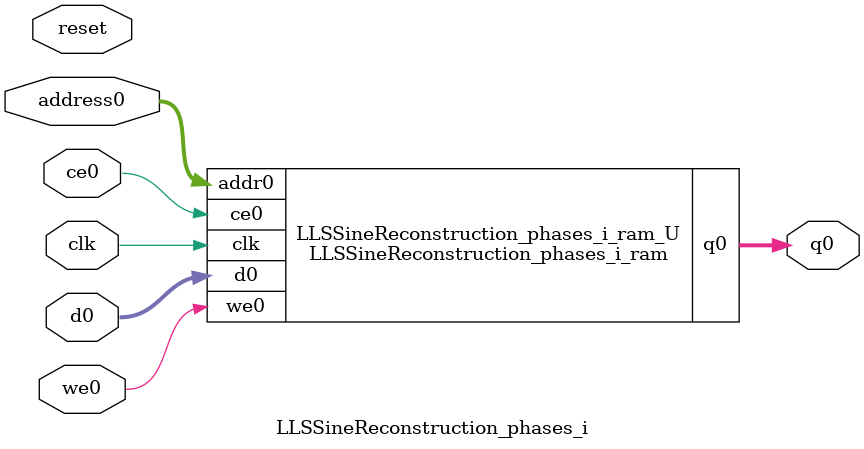
<source format=v>
`timescale 1 ns / 1 ps
module LLSSineReconstruction_phases_i_ram (addr0, ce0, d0, we0, q0,  clk);

parameter DWIDTH = 32;
parameter AWIDTH = 4;
parameter MEM_SIZE = 12;

input[AWIDTH-1:0] addr0;
input ce0;
input[DWIDTH-1:0] d0;
input we0;
output reg[DWIDTH-1:0] q0;
input clk;

reg [DWIDTH-1:0] ram[0:MEM_SIZE-1];




always @(posedge clk)  
begin 
    if (ce0) begin
        if (we0) 
            ram[addr0] <= d0; 
        q0 <= ram[addr0];
    end
end


endmodule

`timescale 1 ns / 1 ps
module LLSSineReconstruction_phases_i(
    reset,
    clk,
    address0,
    ce0,
    we0,
    d0,
    q0);

parameter DataWidth = 32'd32;
parameter AddressRange = 32'd12;
parameter AddressWidth = 32'd4;
input reset;
input clk;
input[AddressWidth - 1:0] address0;
input ce0;
input we0;
input[DataWidth - 1:0] d0;
output[DataWidth - 1:0] q0;



LLSSineReconstruction_phases_i_ram LLSSineReconstruction_phases_i_ram_U(
    .clk( clk ),
    .addr0( address0 ),
    .ce0( ce0 ),
    .we0( we0 ),
    .d0( d0 ),
    .q0( q0 ));

endmodule


</source>
